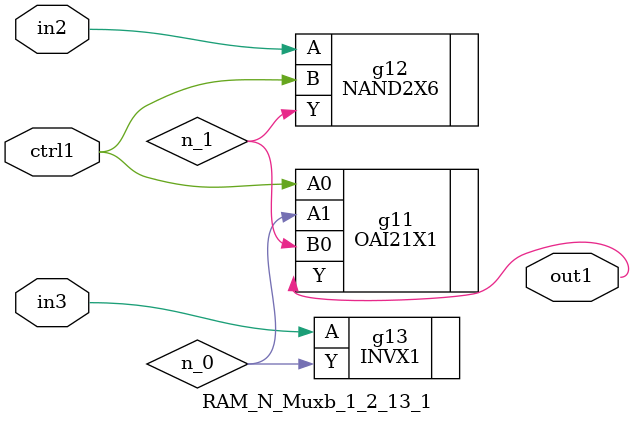
<source format=v>
`timescale 1ps / 1ps


module RAM_N_Muxb_1_2_13_1(in3, in2, ctrl1, out1);
  input in3, in2, ctrl1;
  output out1;
  wire in3, in2, ctrl1;
  wire out1;
  wire n_0, n_1;
  OAI21X1 g11(.A0 (ctrl1), .A1 (n_0), .B0 (n_1), .Y (out1));
  NAND2X6 g12(.A (in2), .B (ctrl1), .Y (n_1));
  INVX1 g13(.A (in3), .Y (n_0));
endmodule



</source>
